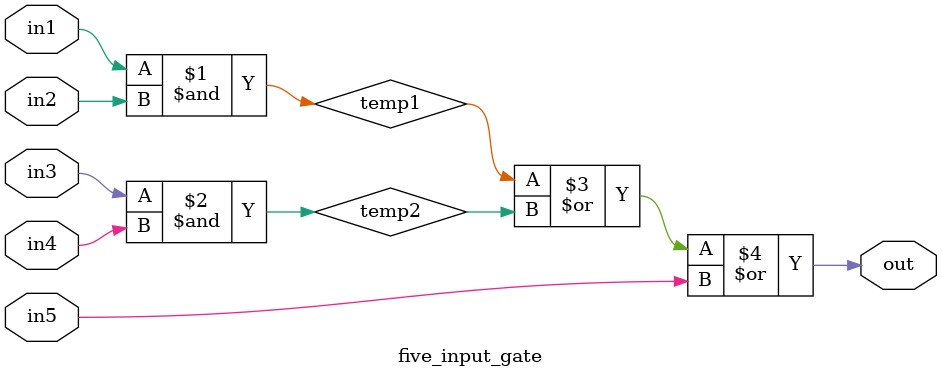
<source format=v>
module five_input_gate (in1, in2, in3, in4, in5, out);

input in1, in2, in3, in4, in5;
output out;

wire temp1, temp2;

// AND the first two inputs
and and1(temp1, in1, in2);

// AND the third and fourth inputs
and and2(temp2, in3, in4);

// OR the two temporary outputs and the fifth input
or or1(out, temp1, temp2, in5);

endmodule
</source>
